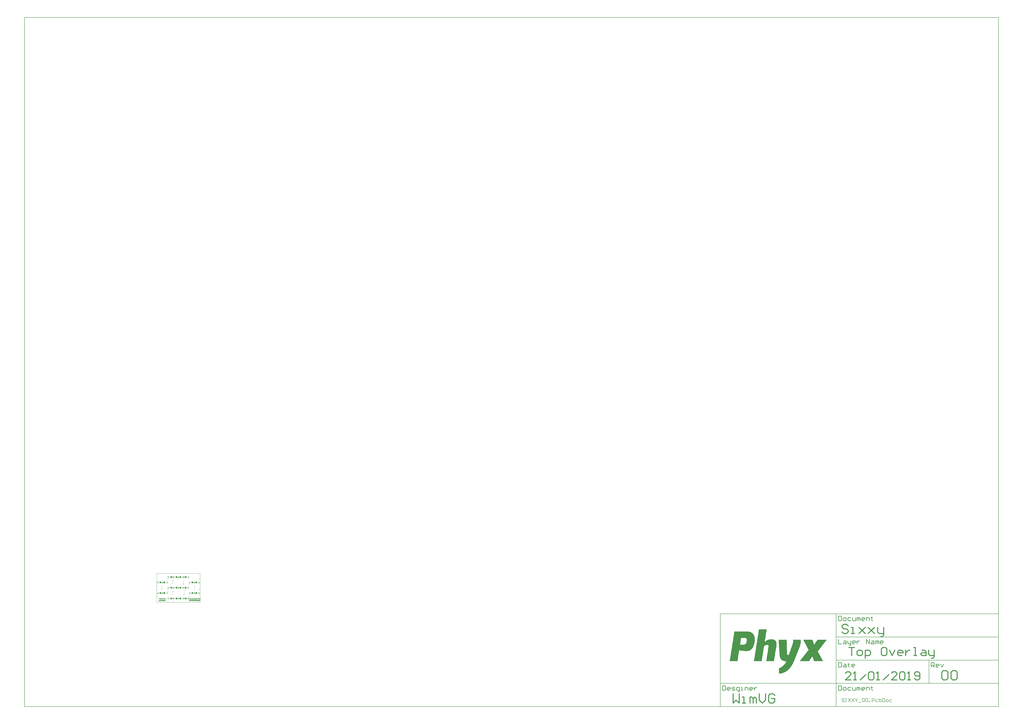
<source format=gto>
G04*
G04 #@! TF.GenerationSoftware,Altium Limited,Altium Designer,18.1.9 (240)*
G04*
G04 Layer_Color=65535*
%FSLAX25Y25*%
%MOIN*%
G70*
G01*
G75*
%ADD10C,0.01000*%
%ADD11C,0.00591*%
%ADD12C,0.01575*%
%ADD13R,0.00787X0.00787*%
%ADD14R,0.03150X0.03150*%
%ADD15C,0.00394*%
%ADD16C,0.00787*%
%ADD17C,0.00984*%
G36*
X73016Y6357D02*
X73524D01*
Y5852D01*
Y5333D01*
Y4817D01*
Y4301D01*
Y3782D01*
Y3266D01*
Y2753D01*
Y2248D01*
Y1738D01*
X71468D01*
Y2248D01*
X70949D01*
Y1738D01*
X68894D01*
Y2248D01*
X68883D01*
D01*
Y1738D01*
X66827D01*
Y2248D01*
X66308D01*
Y1738D01*
X64253D01*
Y2248D01*
X64242D01*
D01*
Y1738D01*
X62186D01*
Y2248D01*
X61667D01*
Y1738D01*
X59612D01*
Y2248D01*
X59096D01*
Y2753D01*
D01*
X59093D01*
Y2248D01*
X58580D01*
Y1738D01*
X54971D01*
Y2248D01*
X54455D01*
Y2753D01*
Y3266D01*
Y3782D01*
Y4301D01*
Y4817D01*
Y5333D01*
Y5852D01*
Y6357D01*
Y6876D01*
X58061D01*
Y6357D01*
X58580D01*
Y5852D01*
X59093D01*
Y5333D01*
X59096D01*
Y5852D01*
Y6357D01*
X59612D01*
Y6876D01*
X63221D01*
Y6357D01*
X63734D01*
Y5852D01*
X63737D01*
Y6357D01*
X64253D01*
Y6876D01*
X67862D01*
Y6357D01*
X68375D01*
Y5852D01*
X68378D01*
Y6357D01*
Y6876D01*
X70433D01*
Y6357D01*
X70949D01*
Y6876D01*
X73016D01*
Y6357D01*
D02*
G37*
G36*
X14485D02*
X14992D01*
Y5852D01*
Y5333D01*
Y4817D01*
Y4301D01*
Y3782D01*
Y3266D01*
Y2753D01*
Y2248D01*
Y1738D01*
X12937D01*
Y2248D01*
X12418D01*
Y1738D01*
X10362D01*
X8307D01*
Y2248D01*
X8296D01*
D01*
Y1738D01*
X6240D01*
Y2248D01*
X5721D01*
Y1738D01*
X3666D01*
Y2248D01*
X3150D01*
Y2753D01*
Y3266D01*
Y3782D01*
Y4301D01*
Y4817D01*
Y5333D01*
Y5852D01*
Y6357D01*
Y6876D01*
X5205D01*
Y6357D01*
X5721D01*
Y6876D01*
X7788D01*
Y6357D01*
X7791D01*
Y6876D01*
X9846D01*
X11902D01*
Y6357D01*
X12418D01*
Y6876D01*
X14485D01*
Y6357D01*
D02*
G37*
G36*
X1137613Y-64032D02*
X1137326D01*
Y-64318D01*
X1137040D01*
Y-64605D01*
Y-64891D01*
X1136754D01*
Y-65177D01*
X1136467D01*
Y-65464D01*
X1136181D01*
Y-65750D01*
Y-66036D01*
X1135895D01*
Y-66322D01*
X1135608D01*
Y-66609D01*
X1135322D01*
Y-66895D01*
X1135036D01*
Y-67181D01*
Y-67468D01*
X1134750D01*
Y-67754D01*
X1134463D01*
Y-68040D01*
X1134177D01*
Y-68327D01*
Y-68613D01*
X1133891D01*
Y-68899D01*
X1133604D01*
Y-69186D01*
X1133318D01*
Y-69472D01*
X1133032D01*
Y-69758D01*
Y-70044D01*
X1132745D01*
Y-70331D01*
X1132459D01*
Y-70617D01*
X1132173D01*
Y-70903D01*
Y-71190D01*
X1131886D01*
Y-71476D01*
X1131600D01*
Y-71762D01*
X1131314D01*
Y-72049D01*
Y-72335D01*
X1131028D01*
Y-72621D01*
X1130741D01*
Y-72908D01*
X1130455D01*
Y-73194D01*
X1130169D01*
Y-73480D01*
Y-73767D01*
X1129882D01*
Y-74053D01*
X1129596D01*
Y-74339D01*
X1129310D01*
Y-74625D01*
Y-74912D01*
X1129023D01*
Y-75198D01*
X1128737D01*
Y-75485D01*
X1128451D01*
Y-75771D01*
Y-76057D01*
X1128164D01*
Y-76343D01*
X1127878D01*
Y-76630D01*
X1127592D01*
Y-76916D01*
X1127306D01*
Y-77202D01*
Y-77489D01*
X1127019D01*
Y-77775D01*
X1126733D01*
Y-78061D01*
X1126447D01*
Y-78348D01*
Y-78634D01*
X1126160D01*
Y-78920D01*
X1125874D01*
Y-79207D01*
X1125588D01*
Y-79493D01*
Y-79779D01*
X1125301D01*
Y-80066D01*
X1125015D01*
Y-80352D01*
X1124729D01*
Y-80638D01*
X1124442D01*
Y-80924D01*
Y-81211D01*
X1124156D01*
Y-81497D01*
X1123870D01*
Y-81783D01*
X1123583D01*
Y-82070D01*
Y-82356D01*
X1123297D01*
Y-82642D01*
X1123011D01*
Y-82929D01*
X1122725D01*
Y-83215D01*
X1122438D01*
Y-83501D01*
Y-83788D01*
X1122725D01*
Y-84074D01*
Y-84360D01*
X1123011D01*
Y-84646D01*
Y-84933D01*
X1123297D01*
Y-85219D01*
X1123583D01*
Y-85505D01*
Y-85792D01*
X1123870D01*
Y-86078D01*
Y-86364D01*
X1124156D01*
Y-86651D01*
Y-86937D01*
X1124442D01*
Y-87223D01*
Y-87510D01*
X1124729D01*
Y-87796D01*
Y-88082D01*
X1125015D01*
Y-88369D01*
Y-88655D01*
X1125301D01*
Y-88941D01*
Y-89227D01*
X1125588D01*
Y-89514D01*
Y-89800D01*
X1125874D01*
Y-90086D01*
X1126160D01*
Y-90373D01*
Y-90659D01*
X1126447D01*
Y-90945D01*
Y-91232D01*
X1126733D01*
Y-91518D01*
Y-91804D01*
X1127019D01*
Y-92091D01*
Y-92377D01*
X1127306D01*
Y-92663D01*
Y-92950D01*
X1127592D01*
Y-93236D01*
Y-93522D01*
X1127878D01*
Y-93809D01*
Y-94095D01*
X1128164D01*
Y-94381D01*
X1128451D01*
Y-94667D01*
Y-94954D01*
X1128737D01*
Y-95240D01*
Y-95526D01*
X1129023D01*
Y-95813D01*
Y-96099D01*
X1129310D01*
Y-96385D01*
Y-96672D01*
X1129596D01*
Y-96958D01*
Y-97244D01*
X1129882D01*
Y-97531D01*
Y-97817D01*
X1130169D01*
Y-98103D01*
Y-98390D01*
X1130455D01*
Y-98676D01*
X1130741D01*
Y-98962D01*
Y-99248D01*
X1131028D01*
Y-99535D01*
Y-99821D01*
X1131314D01*
Y-100107D01*
X1116139D01*
Y-99821D01*
X1115853D01*
Y-99535D01*
Y-99248D01*
Y-98962D01*
X1115567D01*
Y-98676D01*
Y-98390D01*
Y-98103D01*
X1115280D01*
Y-97817D01*
Y-97531D01*
X1114994D01*
Y-97244D01*
Y-96958D01*
Y-96672D01*
X1114708D01*
Y-96385D01*
Y-96099D01*
Y-95813D01*
X1114421D01*
Y-95526D01*
Y-95240D01*
X1114135D01*
Y-94954D01*
Y-94667D01*
Y-94381D01*
X1113849D01*
Y-94095D01*
Y-93809D01*
Y-93522D01*
X1113562D01*
Y-93236D01*
Y-92950D01*
Y-92663D01*
X1113276D01*
Y-92377D01*
X1112704D01*
Y-92663D01*
Y-92950D01*
X1112417D01*
Y-93236D01*
X1112131D01*
Y-93522D01*
Y-93809D01*
X1111845D01*
Y-94095D01*
X1111558D01*
Y-94381D01*
Y-94667D01*
X1111272D01*
Y-94954D01*
X1110986D01*
Y-95240D01*
Y-95526D01*
X1110699D01*
Y-95813D01*
X1110413D01*
Y-96099D01*
X1110127D01*
Y-96385D01*
Y-96672D01*
X1109840D01*
Y-96958D01*
X1109554D01*
Y-97244D01*
Y-97531D01*
X1109268D01*
Y-97817D01*
X1108981D01*
Y-98103D01*
Y-98390D01*
X1108695D01*
Y-98676D01*
X1108409D01*
Y-98962D01*
Y-99248D01*
X1108123D01*
Y-99535D01*
X1107836D01*
Y-99821D01*
Y-100107D01*
X1091803D01*
Y-99821D01*
X1092089D01*
Y-99535D01*
X1092375D01*
Y-99248D01*
X1092662D01*
Y-98962D01*
X1092948D01*
Y-98676D01*
Y-98390D01*
X1093234D01*
Y-98103D01*
X1093521D01*
Y-97817D01*
X1093807D01*
Y-97531D01*
X1094093D01*
Y-97244D01*
Y-96958D01*
X1094380D01*
Y-96672D01*
X1094666D01*
Y-96385D01*
X1094952D01*
Y-96099D01*
Y-95813D01*
X1095238D01*
Y-95526D01*
X1095525D01*
Y-95240D01*
X1095811D01*
Y-94954D01*
X1096097D01*
Y-94667D01*
Y-94381D01*
X1096384D01*
Y-94095D01*
X1096670D01*
Y-93809D01*
X1096956D01*
Y-93522D01*
X1097243D01*
Y-93236D01*
Y-92950D01*
X1097529D01*
Y-92663D01*
X1097815D01*
Y-92377D01*
X1098102D01*
Y-92091D01*
Y-91804D01*
X1098388D01*
Y-91518D01*
X1098674D01*
Y-91232D01*
X1098960D01*
Y-90945D01*
X1099247D01*
Y-90659D01*
Y-90373D01*
X1099533D01*
Y-90086D01*
X1099819D01*
Y-89800D01*
X1100106D01*
Y-89514D01*
Y-89227D01*
X1100392D01*
Y-88941D01*
X1100678D01*
Y-88655D01*
X1100965D01*
Y-88369D01*
X1101251D01*
Y-88082D01*
Y-87796D01*
X1101537D01*
Y-87510D01*
X1101824D01*
Y-87223D01*
X1102110D01*
Y-86937D01*
Y-86651D01*
X1102396D01*
Y-86364D01*
X1102683D01*
Y-86078D01*
X1102969D01*
Y-85792D01*
X1103255D01*
Y-85505D01*
Y-85219D01*
X1103541D01*
Y-84933D01*
X1103828D01*
Y-84646D01*
X1104114D01*
Y-84360D01*
X1104400D01*
Y-84074D01*
Y-83788D01*
X1104687D01*
Y-83501D01*
X1104973D01*
Y-83215D01*
X1105259D01*
Y-82929D01*
Y-82642D01*
X1105546D01*
Y-82356D01*
X1105832D01*
Y-82070D01*
X1106118D01*
Y-81783D01*
X1106405D01*
Y-81497D01*
Y-81211D01*
X1106691D01*
Y-80924D01*
Y-80638D01*
Y-80352D01*
X1106405D01*
Y-80066D01*
X1106118D01*
Y-79779D01*
Y-79493D01*
X1105832D01*
Y-79207D01*
Y-78920D01*
X1105546D01*
Y-78634D01*
Y-78348D01*
X1105259D01*
Y-78061D01*
Y-77775D01*
X1104973D01*
Y-77489D01*
Y-77202D01*
X1104687D01*
Y-76916D01*
Y-76630D01*
X1104400D01*
Y-76343D01*
X1104114D01*
Y-76057D01*
Y-75771D01*
X1103828D01*
Y-75485D01*
Y-75198D01*
X1103541D01*
Y-74912D01*
Y-74625D01*
X1103255D01*
Y-74339D01*
Y-74053D01*
X1102969D01*
Y-73767D01*
Y-73480D01*
X1102683D01*
Y-73194D01*
Y-72908D01*
X1102396D01*
Y-72621D01*
X1102110D01*
Y-72335D01*
Y-72049D01*
X1101824D01*
Y-71762D01*
Y-71476D01*
X1101537D01*
Y-71190D01*
Y-70903D01*
X1101251D01*
Y-70617D01*
Y-70331D01*
X1100965D01*
Y-70044D01*
Y-69758D01*
X1100678D01*
Y-69472D01*
Y-69186D01*
X1100392D01*
Y-68899D01*
Y-68613D01*
X1100106D01*
Y-68327D01*
X1099819D01*
Y-68040D01*
Y-67754D01*
X1099533D01*
Y-67468D01*
Y-67181D01*
X1099247D01*
Y-66895D01*
Y-66609D01*
X1098960D01*
Y-66322D01*
Y-66036D01*
X1098674D01*
Y-65750D01*
Y-65464D01*
X1098388D01*
Y-65177D01*
Y-64891D01*
X1098102D01*
Y-64605D01*
X1097815D01*
Y-64318D01*
Y-64032D01*
X1097529D01*
Y-63746D01*
X1113276D01*
Y-64032D01*
X1113562D01*
Y-64318D01*
Y-64605D01*
Y-64891D01*
X1113849D01*
Y-65177D01*
Y-65464D01*
Y-65750D01*
X1114135D01*
Y-66036D01*
Y-66322D01*
Y-66609D01*
X1114421D01*
Y-66895D01*
Y-67181D01*
Y-67468D01*
X1114708D01*
Y-67754D01*
Y-68040D01*
Y-68327D01*
X1114994D01*
Y-68613D01*
Y-68899D01*
Y-69186D01*
X1115280D01*
Y-69472D01*
Y-69758D01*
Y-70044D01*
X1115567D01*
Y-70331D01*
Y-70617D01*
Y-70903D01*
X1115853D01*
Y-71190D01*
Y-71476D01*
Y-71762D01*
Y-72049D01*
X1116426D01*
Y-71762D01*
X1116712D01*
Y-71476D01*
X1116998D01*
Y-71190D01*
Y-70903D01*
X1117284D01*
Y-70617D01*
X1117571D01*
Y-70331D01*
Y-70044D01*
X1117857D01*
Y-69758D01*
X1118143D01*
Y-69472D01*
Y-69186D01*
X1118430D01*
Y-68899D01*
X1118716D01*
Y-68613D01*
Y-68327D01*
X1119002D01*
Y-68040D01*
X1119289D01*
Y-67754D01*
Y-67468D01*
X1119575D01*
Y-67181D01*
X1119861D01*
Y-66895D01*
Y-66609D01*
X1120148D01*
Y-66322D01*
X1120434D01*
Y-66036D01*
Y-65750D01*
X1120720D01*
Y-65464D01*
X1121007D01*
Y-65177D01*
Y-64891D01*
X1121293D01*
Y-64605D01*
X1121579D01*
Y-64318D01*
Y-64032D01*
X1121865D01*
Y-63746D01*
X1137613D01*
Y-64032D01*
D02*
G37*
G36*
X1004477Y-50003D02*
X1006195D01*
Y-50289D01*
X1007054D01*
Y-50575D01*
X1007913D01*
Y-50862D01*
X1008772D01*
Y-51148D01*
X1009345D01*
Y-51434D01*
X1009631D01*
Y-51720D01*
X1010203D01*
Y-52007D01*
X1010490D01*
Y-52293D01*
X1011062D01*
Y-52579D01*
X1011349D01*
Y-52866D01*
X1011635D01*
Y-53152D01*
X1011921D01*
Y-53438D01*
X1012208D01*
Y-53725D01*
X1012494D01*
Y-54011D01*
X1012780D01*
Y-54297D01*
Y-54584D01*
X1013067D01*
Y-54870D01*
X1013353D01*
Y-55156D01*
Y-55443D01*
X1013639D01*
Y-55729D01*
X1013926D01*
Y-56015D01*
Y-56301D01*
X1014212D01*
Y-56588D01*
Y-56874D01*
Y-57161D01*
X1014498D01*
Y-57447D01*
Y-57733D01*
Y-58019D01*
X1014785D01*
Y-58306D01*
Y-58592D01*
Y-58878D01*
Y-59165D01*
X1015071D01*
Y-59451D01*
Y-59737D01*
Y-60024D01*
Y-60310D01*
Y-60596D01*
X1015357D01*
Y-60883D01*
Y-61169D01*
Y-61455D01*
Y-61742D01*
Y-62028D01*
Y-62314D01*
Y-62600D01*
Y-62887D01*
Y-63173D01*
Y-63459D01*
Y-63746D01*
Y-64032D01*
Y-64318D01*
Y-64605D01*
Y-64891D01*
Y-65177D01*
Y-65464D01*
Y-65750D01*
Y-66036D01*
Y-66322D01*
X1015071D01*
Y-66609D01*
Y-66895D01*
Y-67181D01*
Y-67468D01*
Y-67754D01*
Y-68040D01*
Y-68327D01*
X1014785D01*
Y-68613D01*
Y-68899D01*
Y-69186D01*
Y-69472D01*
Y-69758D01*
X1014498D01*
Y-70044D01*
Y-70331D01*
Y-70617D01*
Y-70903D01*
Y-71190D01*
X1014212D01*
Y-71476D01*
Y-71762D01*
Y-72049D01*
X1013926D01*
Y-72335D01*
Y-72621D01*
Y-72908D01*
Y-73194D01*
X1013639D01*
Y-73480D01*
Y-73767D01*
Y-74053D01*
X1013353D01*
Y-74339D01*
Y-74625D01*
X1013067D01*
Y-74912D01*
Y-75198D01*
Y-75485D01*
X1012780D01*
Y-75771D01*
Y-76057D01*
X1012494D01*
Y-76343D01*
Y-76630D01*
X1012208D01*
Y-76916D01*
Y-77202D01*
X1011921D01*
Y-77489D01*
X1011635D01*
Y-77775D01*
Y-78061D01*
X1011349D01*
Y-78348D01*
X1011062D01*
Y-78634D01*
X1010776D01*
Y-78920D01*
Y-79207D01*
X1010490D01*
Y-79493D01*
X1010203D01*
Y-79779D01*
X1009917D01*
Y-80066D01*
X1009631D01*
Y-80352D01*
X1009345D01*
Y-80638D01*
X1008772D01*
Y-80924D01*
X1008486D01*
Y-81211D01*
X1007913D01*
Y-81497D01*
X1007627D01*
Y-81783D01*
X1007054D01*
Y-82070D01*
X1006195D01*
Y-82356D01*
X1005336D01*
Y-82642D01*
X1004477D01*
Y-82929D01*
X1002759D01*
Y-83215D01*
X997606D01*
Y-82929D01*
X995029D01*
Y-82642D01*
X993025D01*
Y-82356D01*
X991593D01*
Y-82070D01*
X990162D01*
Y-81783D01*
X988730D01*
Y-82070D01*
Y-82356D01*
Y-82642D01*
Y-82929D01*
Y-83215D01*
Y-83501D01*
Y-83788D01*
X988444D01*
Y-84074D01*
Y-84360D01*
Y-84646D01*
Y-84933D01*
Y-85219D01*
Y-85505D01*
X988157D01*
Y-85792D01*
Y-86078D01*
Y-86364D01*
Y-86651D01*
Y-86937D01*
Y-87223D01*
X987871D01*
Y-87510D01*
Y-87796D01*
Y-88082D01*
Y-88369D01*
Y-88655D01*
Y-88941D01*
Y-89227D01*
X987585D01*
Y-89514D01*
Y-89800D01*
Y-90086D01*
Y-90373D01*
Y-90659D01*
Y-90945D01*
X987298D01*
Y-91232D01*
Y-91518D01*
Y-91804D01*
Y-92091D01*
Y-92377D01*
Y-92663D01*
X987012D01*
Y-92950D01*
Y-93236D01*
Y-93522D01*
Y-93809D01*
Y-94095D01*
Y-94381D01*
Y-94667D01*
X986726D01*
Y-94954D01*
Y-95240D01*
Y-95526D01*
Y-95813D01*
Y-96099D01*
Y-96385D01*
X986440D01*
Y-96672D01*
Y-96958D01*
Y-97244D01*
Y-97531D01*
Y-97817D01*
Y-98103D01*
X986153D01*
Y-98390D01*
Y-98676D01*
Y-98962D01*
Y-99248D01*
Y-99535D01*
Y-99821D01*
Y-100107D01*
X972696D01*
Y-99821D01*
X972983D01*
Y-99535D01*
Y-99248D01*
Y-98962D01*
Y-98676D01*
Y-98390D01*
X973269D01*
Y-98103D01*
Y-97817D01*
Y-97531D01*
Y-97244D01*
Y-96958D01*
Y-96672D01*
Y-96385D01*
X973555D01*
Y-96099D01*
Y-95813D01*
Y-95526D01*
Y-95240D01*
Y-94954D01*
Y-94667D01*
X973842D01*
Y-94381D01*
Y-94095D01*
Y-93809D01*
Y-93522D01*
Y-93236D01*
Y-92950D01*
X974128D01*
Y-92663D01*
Y-92377D01*
Y-92091D01*
Y-91804D01*
Y-91518D01*
Y-91232D01*
Y-90945D01*
X974414D01*
Y-90659D01*
Y-90373D01*
Y-90086D01*
Y-89800D01*
Y-89514D01*
Y-89227D01*
X974701D01*
Y-88941D01*
Y-88655D01*
Y-88369D01*
Y-88082D01*
Y-87796D01*
Y-87510D01*
X974987D01*
Y-87223D01*
Y-86937D01*
Y-86651D01*
Y-86364D01*
Y-86078D01*
Y-85792D01*
X975273D01*
Y-85505D01*
Y-85219D01*
Y-84933D01*
Y-84646D01*
Y-84360D01*
Y-84074D01*
Y-83788D01*
X975560D01*
Y-83501D01*
Y-83215D01*
Y-82929D01*
Y-82642D01*
Y-82356D01*
Y-82070D01*
X975846D01*
Y-81783D01*
Y-81497D01*
Y-81211D01*
Y-80924D01*
Y-80638D01*
Y-80352D01*
X976132D01*
Y-80066D01*
Y-79779D01*
Y-79493D01*
Y-79207D01*
Y-78920D01*
Y-78634D01*
X976419D01*
Y-78348D01*
Y-78061D01*
Y-77775D01*
Y-77489D01*
Y-77202D01*
Y-76916D01*
Y-76630D01*
X976705D01*
Y-76343D01*
Y-76057D01*
Y-75771D01*
Y-75485D01*
Y-75198D01*
Y-74912D01*
X976991D01*
Y-74625D01*
Y-74339D01*
Y-74053D01*
Y-73767D01*
Y-73480D01*
Y-73194D01*
X977277D01*
Y-72908D01*
Y-72621D01*
Y-72335D01*
Y-72049D01*
Y-71762D01*
Y-71476D01*
Y-71190D01*
X977564D01*
Y-70903D01*
Y-70617D01*
Y-70331D01*
Y-70044D01*
Y-69758D01*
Y-69472D01*
X977850D01*
Y-69186D01*
Y-68899D01*
Y-68613D01*
Y-68327D01*
Y-68040D01*
Y-67754D01*
X978137D01*
Y-67468D01*
Y-67181D01*
Y-66895D01*
Y-66609D01*
Y-66322D01*
Y-66036D01*
X978423D01*
Y-65750D01*
Y-65464D01*
Y-65177D01*
Y-64891D01*
Y-64605D01*
Y-64318D01*
Y-64032D01*
X978709D01*
Y-63746D01*
Y-63459D01*
Y-63173D01*
Y-62887D01*
Y-62600D01*
Y-62314D01*
X978995D01*
Y-62028D01*
Y-61742D01*
Y-61455D01*
Y-61169D01*
Y-60883D01*
Y-60596D01*
X979282D01*
Y-60310D01*
Y-60024D01*
Y-59737D01*
Y-59451D01*
Y-59165D01*
Y-58878D01*
Y-58592D01*
X979568D01*
Y-58306D01*
Y-58019D01*
Y-57733D01*
Y-57447D01*
Y-57161D01*
Y-56874D01*
X979854D01*
Y-56588D01*
Y-56301D01*
Y-56015D01*
Y-55729D01*
Y-55443D01*
Y-55156D01*
X980141D01*
Y-54870D01*
Y-54584D01*
Y-54297D01*
Y-54011D01*
Y-53725D01*
Y-53438D01*
Y-53152D01*
X980427D01*
Y-52866D01*
Y-52579D01*
Y-52293D01*
Y-52007D01*
Y-51720D01*
Y-51434D01*
X980713D01*
Y-51148D01*
Y-50862D01*
Y-50575D01*
Y-50289D01*
Y-50003D01*
Y-49716D01*
X1004477D01*
Y-50003D01*
D02*
G37*
G36*
X1093521Y-64032D02*
Y-64318D01*
Y-64605D01*
Y-64891D01*
Y-65177D01*
Y-65464D01*
Y-65750D01*
Y-66036D01*
Y-66322D01*
Y-66609D01*
Y-66895D01*
Y-67181D01*
Y-67468D01*
Y-67754D01*
Y-68040D01*
Y-68327D01*
Y-68613D01*
Y-68899D01*
Y-69186D01*
Y-69472D01*
Y-69758D01*
X1093234D01*
Y-70044D01*
Y-70331D01*
Y-70617D01*
Y-70903D01*
Y-71190D01*
X1092948D01*
Y-71476D01*
Y-71762D01*
Y-72049D01*
Y-72335D01*
X1092662D01*
Y-72621D01*
Y-72908D01*
Y-73194D01*
Y-73480D01*
X1092375D01*
Y-73767D01*
Y-74053D01*
Y-74339D01*
X1092089D01*
Y-74625D01*
Y-74912D01*
Y-75198D01*
X1091803D01*
Y-75485D01*
Y-75771D01*
Y-76057D01*
X1091516D01*
Y-76343D01*
Y-76630D01*
Y-76916D01*
X1091230D01*
Y-77202D01*
Y-77489D01*
X1090944D01*
Y-77775D01*
Y-78061D01*
X1090657D01*
Y-78348D01*
Y-78634D01*
Y-78920D01*
X1090371D01*
Y-79207D01*
Y-79493D01*
X1090085D01*
Y-79779D01*
Y-80066D01*
Y-80352D01*
X1089799D01*
Y-80638D01*
Y-80924D01*
X1089512D01*
Y-81211D01*
Y-81497D01*
Y-81783D01*
X1089226D01*
Y-82070D01*
Y-82356D01*
X1088939D01*
Y-82642D01*
Y-82929D01*
Y-83215D01*
X1088653D01*
Y-83501D01*
Y-83788D01*
X1088367D01*
Y-84074D01*
Y-84360D01*
Y-84646D01*
X1088081D01*
Y-84933D01*
Y-85219D01*
X1087794D01*
Y-85505D01*
Y-85792D01*
Y-86078D01*
X1087508D01*
Y-86364D01*
Y-86651D01*
X1087222D01*
Y-86937D01*
Y-87223D01*
Y-87510D01*
X1086935D01*
Y-87796D01*
Y-88082D01*
X1086649D01*
Y-88369D01*
Y-88655D01*
Y-88941D01*
X1086363D01*
Y-89227D01*
Y-89514D01*
X1086076D01*
Y-89800D01*
Y-90086D01*
Y-90373D01*
X1085790D01*
Y-90659D01*
Y-90945D01*
X1085504D01*
Y-91232D01*
Y-91518D01*
Y-91804D01*
X1085217D01*
Y-92091D01*
Y-92377D01*
X1084931D01*
Y-92663D01*
Y-92950D01*
Y-93236D01*
X1084645D01*
Y-93522D01*
Y-93809D01*
X1084359D01*
Y-94095D01*
Y-94381D01*
Y-94667D01*
X1084072D01*
Y-94954D01*
Y-95240D01*
X1083786D01*
Y-95526D01*
Y-95813D01*
Y-96099D01*
X1083500D01*
Y-96385D01*
Y-96672D01*
X1083213D01*
Y-96958D01*
Y-97244D01*
Y-97531D01*
X1082927D01*
Y-97817D01*
Y-98103D01*
X1082641D01*
Y-98390D01*
Y-98676D01*
Y-98962D01*
X1082354D01*
Y-99248D01*
Y-99535D01*
X1082068D01*
Y-99821D01*
Y-100107D01*
Y-100394D01*
X1081782D01*
Y-100680D01*
Y-100966D01*
X1081495D01*
Y-101253D01*
Y-101539D01*
X1081209D01*
Y-101825D01*
Y-102112D01*
X1080923D01*
Y-102398D01*
Y-102684D01*
Y-102971D01*
X1080637D01*
Y-103257D01*
X1080350D01*
Y-103543D01*
Y-103829D01*
Y-104116D01*
X1080064D01*
Y-104402D01*
X1079778D01*
Y-104688D01*
Y-104975D01*
X1079491D01*
Y-105261D01*
Y-105547D01*
X1079205D01*
Y-105834D01*
Y-106120D01*
X1078919D01*
Y-106406D01*
Y-106693D01*
X1078632D01*
Y-106979D01*
X1078346D01*
Y-107265D01*
Y-107552D01*
X1078060D01*
Y-107838D01*
Y-108124D01*
X1077773D01*
Y-108410D01*
X1077487D01*
Y-108697D01*
X1077201D01*
Y-108983D01*
Y-109269D01*
X1076914D01*
Y-109556D01*
X1076628D01*
Y-109842D01*
Y-110128D01*
X1076342D01*
Y-110415D01*
X1076056D01*
Y-110701D01*
X1075769D01*
Y-110987D01*
Y-111274D01*
X1075483D01*
Y-111560D01*
X1075196D01*
Y-111846D01*
X1074910D01*
Y-112133D01*
X1074624D01*
Y-112419D01*
X1074338D01*
Y-112705D01*
Y-112991D01*
X1074051D01*
Y-113278D01*
X1073765D01*
Y-113564D01*
X1073479D01*
Y-113850D01*
X1073192D01*
Y-114137D01*
X1072906D01*
Y-114423D01*
X1072620D01*
Y-114709D01*
X1072333D01*
Y-114996D01*
X1071761D01*
Y-115282D01*
X1071474D01*
Y-115568D01*
X1071188D01*
Y-115855D01*
X1070902D01*
Y-116141D01*
X1070615D01*
Y-116427D01*
X1070043D01*
Y-116714D01*
X1069757D01*
Y-117000D01*
X1069184D01*
Y-117286D01*
X1068898D01*
Y-117572D01*
X1068325D01*
Y-117859D01*
X1068039D01*
Y-118145D01*
X1067466D01*
Y-118431D01*
X1066893D01*
Y-118718D01*
X1066321D01*
Y-119004D01*
X1065748D01*
Y-119290D01*
X1065176D01*
Y-119577D01*
X1064317D01*
Y-119863D01*
X1063744D01*
Y-120149D01*
X1062885D01*
Y-120436D01*
X1061740D01*
Y-120722D01*
X1060595D01*
Y-121008D01*
X1058877D01*
Y-121294D01*
X1056872D01*
Y-121581D01*
X1056586D01*
Y-121294D01*
Y-121008D01*
Y-120722D01*
Y-120436D01*
Y-120149D01*
Y-119863D01*
Y-119577D01*
Y-119290D01*
Y-119004D01*
Y-118718D01*
Y-118431D01*
Y-118145D01*
Y-117859D01*
Y-117572D01*
Y-117286D01*
Y-117000D01*
Y-116714D01*
Y-116427D01*
Y-116141D01*
Y-115855D01*
Y-115568D01*
Y-115282D01*
Y-114996D01*
Y-114709D01*
Y-114423D01*
Y-114137D01*
Y-113850D01*
Y-113564D01*
Y-113278D01*
Y-112991D01*
Y-112705D01*
Y-112419D01*
Y-112133D01*
X1057159D01*
Y-111846D01*
X1057731D01*
Y-111560D01*
X1058304D01*
Y-111274D01*
X1058877D01*
Y-110987D01*
X1059449D01*
Y-110701D01*
X1060022D01*
Y-110415D01*
X1060308D01*
Y-110128D01*
X1060881D01*
Y-109842D01*
X1061167D01*
Y-109556D01*
X1061740D01*
Y-109269D01*
X1062026D01*
Y-108983D01*
X1062312D01*
Y-108697D01*
X1062885D01*
Y-108410D01*
X1063171D01*
Y-108124D01*
X1063458D01*
Y-107838D01*
X1063744D01*
Y-107552D01*
X1064030D01*
Y-107265D01*
X1064317D01*
Y-106979D01*
X1064603D01*
Y-106693D01*
X1064889D01*
Y-106406D01*
X1065176D01*
Y-106120D01*
X1065462D01*
Y-105834D01*
X1065748D01*
Y-105547D01*
X1066035D01*
Y-105261D01*
Y-104975D01*
X1066321D01*
Y-104688D01*
X1066607D01*
Y-104402D01*
X1066893D01*
Y-104116D01*
Y-103829D01*
X1067180D01*
Y-103543D01*
X1067466D01*
Y-103257D01*
Y-102971D01*
X1067752D01*
Y-102684D01*
Y-102398D01*
X1068039D01*
Y-102112D01*
X1068325D01*
Y-101825D01*
Y-101539D01*
X1068611D01*
Y-101253D01*
Y-100966D01*
X1068898D01*
Y-100680D01*
Y-100394D01*
X1067180D01*
Y-100107D01*
X1065176D01*
Y-99821D01*
X1064030D01*
Y-99535D01*
X1063458D01*
Y-99248D01*
X1062599D01*
Y-98962D01*
X1062026D01*
Y-98676D01*
X1061740D01*
Y-98390D01*
X1061167D01*
Y-98103D01*
X1060881D01*
Y-97817D01*
X1060595D01*
Y-97531D01*
X1060308D01*
Y-97244D01*
X1060022D01*
Y-96958D01*
X1059736D01*
Y-96672D01*
Y-96385D01*
X1059449D01*
Y-96099D01*
X1059163D01*
Y-95813D01*
Y-95526D01*
X1058877D01*
Y-95240D01*
Y-94954D01*
X1058590D01*
Y-94667D01*
Y-94381D01*
X1058304D01*
Y-94095D01*
Y-93809D01*
Y-93522D01*
X1058018D01*
Y-93236D01*
Y-92950D01*
Y-92663D01*
Y-92377D01*
X1057731D01*
Y-92091D01*
Y-91804D01*
Y-91518D01*
Y-91232D01*
Y-90945D01*
Y-90659D01*
Y-90373D01*
X1057445D01*
Y-90086D01*
Y-89800D01*
Y-89514D01*
Y-89227D01*
Y-88941D01*
Y-88655D01*
Y-88369D01*
Y-88082D01*
Y-87796D01*
Y-87510D01*
Y-87223D01*
Y-86937D01*
Y-86651D01*
Y-86364D01*
Y-86078D01*
X1057159D01*
Y-85792D01*
Y-85505D01*
Y-85219D01*
Y-84933D01*
Y-84646D01*
Y-84360D01*
Y-84074D01*
Y-83788D01*
Y-83501D01*
Y-83215D01*
Y-82929D01*
Y-82642D01*
Y-82356D01*
Y-82070D01*
Y-81783D01*
X1056872D01*
Y-81497D01*
Y-81211D01*
Y-80924D01*
Y-80638D01*
Y-80352D01*
Y-80066D01*
Y-79779D01*
Y-79493D01*
Y-79207D01*
Y-78920D01*
Y-78634D01*
Y-78348D01*
Y-78061D01*
Y-77775D01*
Y-77489D01*
Y-77202D01*
X1056586D01*
Y-76916D01*
Y-76630D01*
Y-76343D01*
Y-76057D01*
Y-75771D01*
Y-75485D01*
Y-75198D01*
Y-74912D01*
Y-74625D01*
Y-74339D01*
Y-74053D01*
Y-73767D01*
Y-73480D01*
Y-73194D01*
Y-72908D01*
Y-72621D01*
X1056300D01*
Y-72335D01*
Y-72049D01*
Y-71762D01*
Y-71476D01*
Y-71190D01*
Y-70903D01*
Y-70617D01*
Y-70331D01*
Y-70044D01*
Y-69758D01*
Y-69472D01*
Y-69186D01*
Y-68899D01*
Y-68613D01*
X1056014D01*
Y-68327D01*
Y-68040D01*
Y-67754D01*
Y-67468D01*
Y-67181D01*
Y-66895D01*
Y-66609D01*
Y-66322D01*
Y-66036D01*
Y-65750D01*
Y-65464D01*
Y-65177D01*
Y-64891D01*
Y-64605D01*
Y-64318D01*
Y-64032D01*
X1055727D01*
Y-63746D01*
X1069470D01*
Y-64032D01*
Y-64318D01*
Y-64605D01*
Y-64891D01*
Y-65177D01*
Y-65464D01*
Y-65750D01*
Y-66036D01*
Y-66322D01*
Y-66609D01*
Y-66895D01*
Y-67181D01*
Y-67468D01*
Y-67754D01*
X1069757D01*
Y-68040D01*
Y-68327D01*
Y-68613D01*
Y-68899D01*
Y-69186D01*
Y-69472D01*
Y-69758D01*
Y-70044D01*
Y-70331D01*
Y-70617D01*
Y-70903D01*
Y-71190D01*
Y-71476D01*
Y-71762D01*
Y-72049D01*
Y-72335D01*
Y-72621D01*
Y-72908D01*
Y-73194D01*
Y-73480D01*
Y-73767D01*
Y-74053D01*
Y-74339D01*
Y-74625D01*
Y-74912D01*
Y-75198D01*
Y-75485D01*
Y-75771D01*
Y-76057D01*
Y-76343D01*
Y-76630D01*
Y-76916D01*
Y-77202D01*
Y-77489D01*
Y-77775D01*
Y-78061D01*
Y-78348D01*
Y-78634D01*
Y-78920D01*
Y-79207D01*
Y-79493D01*
X1070043D01*
Y-79779D01*
X1069757D01*
Y-80066D01*
Y-80352D01*
X1070043D01*
Y-80638D01*
Y-80924D01*
Y-81211D01*
Y-81497D01*
Y-81783D01*
Y-82070D01*
Y-82356D01*
Y-82642D01*
Y-82929D01*
Y-83215D01*
Y-83501D01*
Y-83788D01*
Y-84074D01*
Y-84360D01*
Y-84646D01*
Y-84933D01*
Y-85219D01*
Y-85505D01*
Y-85792D01*
Y-86078D01*
Y-86364D01*
Y-86651D01*
Y-86937D01*
Y-87223D01*
Y-87510D01*
Y-87796D01*
X1070329D01*
Y-88082D01*
Y-88369D01*
Y-88655D01*
X1070615D01*
Y-88941D01*
X1070902D01*
Y-89227D01*
X1071188D01*
Y-89514D01*
X1072047D01*
Y-89800D01*
X1072906D01*
Y-89514D01*
X1073192D01*
Y-89227D01*
Y-88941D01*
Y-88655D01*
X1073479D01*
Y-88369D01*
Y-88082D01*
X1073765D01*
Y-87796D01*
Y-87510D01*
Y-87223D01*
X1074051D01*
Y-86937D01*
Y-86651D01*
Y-86364D01*
X1074338D01*
Y-86078D01*
Y-85792D01*
Y-85505D01*
X1074624D01*
Y-85219D01*
Y-84933D01*
Y-84646D01*
X1074910D01*
Y-84360D01*
Y-84074D01*
X1075196D01*
Y-83788D01*
Y-83501D01*
Y-83215D01*
X1075483D01*
Y-82929D01*
Y-82642D01*
Y-82356D01*
X1075769D01*
Y-82070D01*
Y-81783D01*
Y-81497D01*
X1076056D01*
Y-81211D01*
Y-80924D01*
X1076342D01*
Y-80638D01*
Y-80352D01*
Y-80066D01*
X1076628D01*
Y-79779D01*
Y-79493D01*
Y-79207D01*
X1076914D01*
Y-78920D01*
Y-78634D01*
Y-78348D01*
X1077201D01*
Y-78061D01*
Y-77775D01*
X1077487D01*
Y-77489D01*
Y-77202D01*
Y-76916D01*
X1077773D01*
Y-76630D01*
Y-76343D01*
Y-76057D01*
X1078060D01*
Y-75771D01*
Y-75485D01*
Y-75198D01*
X1078346D01*
Y-74912D01*
Y-74625D01*
X1078632D01*
Y-74339D01*
Y-74053D01*
Y-73767D01*
X1078919D01*
Y-73480D01*
Y-73194D01*
Y-72908D01*
X1079205D01*
Y-72621D01*
Y-72335D01*
Y-72049D01*
X1079491D01*
Y-71762D01*
Y-71476D01*
Y-71190D01*
Y-70903D01*
X1079778D01*
Y-70617D01*
Y-70331D01*
Y-70044D01*
Y-69758D01*
X1080064D01*
Y-69472D01*
Y-69186D01*
Y-68899D01*
Y-68613D01*
Y-68327D01*
X1080350D01*
Y-68040D01*
Y-67754D01*
Y-67468D01*
Y-67181D01*
Y-66895D01*
Y-66609D01*
X1080637D01*
Y-66322D01*
Y-66036D01*
Y-65750D01*
Y-65464D01*
Y-65177D01*
Y-64891D01*
Y-64605D01*
Y-64318D01*
Y-64032D01*
Y-63746D01*
X1093521D01*
Y-64032D01*
D02*
G37*
G36*
X1035685Y-46567D02*
Y-46853D01*
X1035399D01*
Y-47139D01*
Y-47426D01*
Y-47712D01*
Y-47998D01*
Y-48285D01*
Y-48571D01*
X1035113D01*
Y-48857D01*
Y-49144D01*
Y-49430D01*
Y-49716D01*
Y-50003D01*
Y-50289D01*
X1034826D01*
Y-50575D01*
Y-50862D01*
Y-51148D01*
Y-51434D01*
Y-51720D01*
Y-52007D01*
Y-52293D01*
X1034540D01*
Y-52579D01*
Y-52866D01*
Y-53152D01*
Y-53438D01*
Y-53725D01*
Y-54011D01*
X1034254D01*
Y-54297D01*
Y-54584D01*
Y-54870D01*
Y-55156D01*
Y-55443D01*
Y-55729D01*
X1033967D01*
Y-56015D01*
Y-56301D01*
Y-56588D01*
Y-56874D01*
Y-57161D01*
Y-57447D01*
Y-57733D01*
X1033681D01*
Y-58019D01*
Y-58306D01*
Y-58592D01*
Y-58878D01*
Y-59165D01*
Y-59451D01*
X1033395D01*
Y-59737D01*
Y-60024D01*
Y-60310D01*
Y-60596D01*
Y-60883D01*
Y-61169D01*
X1033109D01*
Y-61455D01*
Y-61742D01*
Y-62028D01*
Y-62314D01*
Y-62600D01*
Y-62887D01*
X1032822D01*
Y-63173D01*
Y-63459D01*
Y-63746D01*
Y-64032D01*
Y-64318D01*
Y-64605D01*
Y-64891D01*
X1032536D01*
Y-65177D01*
Y-65464D01*
Y-65750D01*
Y-66036D01*
Y-66322D01*
Y-66609D01*
X1032250D01*
Y-66895D01*
Y-67181D01*
X1032822D01*
Y-66895D01*
X1033109D01*
Y-66609D01*
X1033395D01*
Y-66322D01*
X1033967D01*
Y-66036D01*
X1034254D01*
Y-65750D01*
X1034540D01*
Y-65464D01*
X1035113D01*
Y-65177D01*
X1035685D01*
Y-64891D01*
X1035972D01*
Y-64605D01*
X1036544D01*
Y-64318D01*
X1037403D01*
Y-64032D01*
X1037976D01*
Y-63746D01*
X1038835D01*
Y-63459D01*
X1040266D01*
Y-63173D01*
X1046565D01*
Y-63459D01*
X1047711D01*
Y-63746D01*
X1048569D01*
Y-64032D01*
X1049142D01*
Y-64318D01*
X1049428D01*
Y-64605D01*
X1050001D01*
Y-64891D01*
X1050287D01*
Y-65177D01*
X1050574D01*
Y-65464D01*
X1050860D01*
Y-65750D01*
X1051146D01*
Y-66036D01*
Y-66322D01*
X1051433D01*
Y-66609D01*
Y-66895D01*
X1051719D01*
Y-67181D01*
Y-67468D01*
Y-67754D01*
X1052005D01*
Y-68040D01*
Y-68327D01*
Y-68613D01*
Y-68899D01*
X1052291D01*
Y-69186D01*
Y-69472D01*
Y-69758D01*
Y-70044D01*
Y-70331D01*
Y-70617D01*
Y-70903D01*
Y-71190D01*
Y-71476D01*
Y-71762D01*
Y-72049D01*
Y-72335D01*
Y-72621D01*
Y-72908D01*
Y-73194D01*
Y-73480D01*
Y-73767D01*
Y-74053D01*
X1052005D01*
Y-74339D01*
Y-74625D01*
Y-74912D01*
Y-75198D01*
Y-75485D01*
Y-75771D01*
Y-76057D01*
X1051719D01*
Y-76343D01*
Y-76630D01*
Y-76916D01*
Y-77202D01*
Y-77489D01*
Y-77775D01*
Y-78061D01*
X1051433D01*
Y-78348D01*
Y-78634D01*
Y-78920D01*
Y-79207D01*
Y-79493D01*
Y-79779D01*
X1051146D01*
Y-80066D01*
Y-80352D01*
Y-80638D01*
Y-80924D01*
Y-81211D01*
Y-81497D01*
X1050860D01*
Y-81783D01*
Y-82070D01*
Y-82356D01*
Y-82642D01*
Y-82929D01*
Y-83215D01*
X1050574D01*
Y-83501D01*
Y-83788D01*
Y-84074D01*
Y-84360D01*
Y-84646D01*
Y-84933D01*
Y-85219D01*
X1050287D01*
Y-85505D01*
Y-85792D01*
Y-86078D01*
Y-86364D01*
Y-86651D01*
Y-86937D01*
X1050001D01*
Y-87223D01*
Y-87510D01*
Y-87796D01*
Y-88082D01*
Y-88369D01*
Y-88655D01*
X1049715D01*
Y-88941D01*
Y-89227D01*
Y-89514D01*
Y-89800D01*
Y-90086D01*
Y-90373D01*
Y-90659D01*
X1049428D01*
Y-90945D01*
Y-91232D01*
Y-91518D01*
Y-91804D01*
Y-92091D01*
Y-92377D01*
X1049142D01*
Y-92663D01*
Y-92950D01*
Y-93236D01*
Y-93522D01*
Y-93809D01*
Y-94095D01*
X1048856D01*
Y-94381D01*
Y-94667D01*
Y-94954D01*
Y-95240D01*
Y-95526D01*
Y-95813D01*
X1048569D01*
Y-96099D01*
Y-96385D01*
Y-96672D01*
Y-96958D01*
Y-97244D01*
Y-97531D01*
Y-97817D01*
X1048283D01*
Y-98103D01*
Y-98390D01*
Y-98676D01*
Y-98962D01*
Y-99248D01*
Y-99535D01*
X1047997D01*
Y-99821D01*
Y-100107D01*
X1034826D01*
Y-99821D01*
Y-99535D01*
X1035113D01*
Y-99248D01*
Y-98962D01*
Y-98676D01*
Y-98390D01*
Y-98103D01*
Y-97817D01*
X1035399D01*
Y-97531D01*
Y-97244D01*
Y-96958D01*
Y-96672D01*
Y-96385D01*
Y-96099D01*
Y-95813D01*
X1035685D01*
Y-95526D01*
Y-95240D01*
Y-94954D01*
Y-94667D01*
Y-94381D01*
Y-94095D01*
X1035972D01*
Y-93809D01*
Y-93522D01*
Y-93236D01*
Y-92950D01*
Y-92663D01*
Y-92377D01*
X1036258D01*
Y-92091D01*
Y-91804D01*
Y-91518D01*
Y-91232D01*
Y-90945D01*
Y-90659D01*
Y-90373D01*
X1036544D01*
Y-90086D01*
Y-89800D01*
Y-89514D01*
Y-89227D01*
Y-88941D01*
Y-88655D01*
X1036831D01*
Y-88369D01*
Y-88082D01*
Y-87796D01*
Y-87510D01*
Y-87223D01*
Y-86937D01*
Y-86651D01*
X1037117D01*
Y-86364D01*
Y-86078D01*
Y-85792D01*
Y-85505D01*
Y-85219D01*
Y-84933D01*
X1037403D01*
Y-84646D01*
Y-84360D01*
Y-84074D01*
Y-83788D01*
Y-83501D01*
Y-83215D01*
X1037689D01*
Y-82929D01*
Y-82642D01*
Y-82356D01*
Y-82070D01*
Y-81783D01*
Y-81497D01*
X1037976D01*
Y-81211D01*
Y-80924D01*
Y-80638D01*
Y-80352D01*
Y-80066D01*
Y-79779D01*
Y-79493D01*
X1038262D01*
Y-79207D01*
Y-78920D01*
Y-78634D01*
Y-78348D01*
Y-78061D01*
Y-77775D01*
X1038548D01*
Y-77489D01*
Y-77202D01*
Y-76916D01*
Y-76630D01*
Y-76343D01*
Y-76057D01*
Y-75771D01*
X1038835D01*
Y-75485D01*
Y-75198D01*
Y-74912D01*
Y-74625D01*
Y-74339D01*
Y-74053D01*
X1038548D01*
Y-73767D01*
Y-73480D01*
X1038262D01*
Y-73194D01*
X1037976D01*
Y-72908D01*
X1037403D01*
Y-72621D01*
X1035685D01*
Y-72908D01*
X1034254D01*
Y-73194D01*
X1033395D01*
Y-73480D01*
X1032822D01*
Y-73767D01*
X1032536D01*
Y-74053D01*
X1031963D01*
Y-74339D01*
X1031677D01*
Y-74625D01*
X1031391D01*
Y-74912D01*
Y-75198D01*
X1031104D01*
Y-75485D01*
Y-75771D01*
Y-76057D01*
X1030818D01*
Y-76343D01*
Y-76630D01*
Y-76916D01*
Y-77202D01*
Y-77489D01*
Y-77775D01*
X1030532D01*
Y-78061D01*
Y-78348D01*
Y-78634D01*
Y-78920D01*
Y-79207D01*
Y-79493D01*
Y-79779D01*
X1030245D01*
Y-80066D01*
Y-80352D01*
Y-80638D01*
Y-80924D01*
Y-81211D01*
Y-81497D01*
X1029959D01*
Y-81783D01*
Y-82070D01*
Y-82356D01*
Y-82642D01*
Y-82929D01*
Y-83215D01*
X1029673D01*
Y-83501D01*
Y-83788D01*
Y-84074D01*
Y-84360D01*
Y-84646D01*
Y-84933D01*
X1029387D01*
Y-85219D01*
Y-85505D01*
Y-85792D01*
Y-86078D01*
Y-86364D01*
Y-86651D01*
Y-86937D01*
X1029100D01*
Y-87223D01*
Y-87510D01*
Y-87796D01*
Y-88082D01*
Y-88369D01*
Y-88655D01*
X1028814D01*
Y-88941D01*
Y-89227D01*
Y-89514D01*
Y-89800D01*
Y-90086D01*
Y-90373D01*
X1028528D01*
Y-90659D01*
Y-90945D01*
Y-91232D01*
Y-91518D01*
Y-91804D01*
Y-92091D01*
Y-92377D01*
X1028241D01*
Y-92663D01*
Y-92950D01*
Y-93236D01*
Y-93522D01*
Y-93809D01*
Y-94095D01*
X1027955D01*
Y-94381D01*
Y-94667D01*
Y-94954D01*
Y-95240D01*
Y-95526D01*
Y-95813D01*
X1027669D01*
Y-96099D01*
Y-96385D01*
Y-96672D01*
Y-96958D01*
Y-97244D01*
Y-97531D01*
X1027382D01*
Y-97817D01*
Y-98103D01*
Y-98390D01*
Y-98676D01*
Y-98962D01*
Y-99248D01*
Y-99535D01*
X1027096D01*
Y-99821D01*
Y-100107D01*
X1013926D01*
Y-99821D01*
Y-99535D01*
X1014212D01*
Y-99248D01*
Y-98962D01*
Y-98676D01*
Y-98390D01*
Y-98103D01*
Y-97817D01*
Y-97531D01*
X1014498D01*
Y-97244D01*
Y-96958D01*
Y-96672D01*
Y-96385D01*
Y-96099D01*
Y-95813D01*
X1014785D01*
Y-95526D01*
Y-95240D01*
Y-94954D01*
Y-94667D01*
Y-94381D01*
Y-94095D01*
X1015071D01*
Y-93809D01*
Y-93522D01*
Y-93236D01*
Y-92950D01*
Y-92663D01*
Y-92377D01*
Y-92091D01*
X1015357D01*
Y-91804D01*
Y-91518D01*
Y-91232D01*
Y-90945D01*
Y-90659D01*
Y-90373D01*
X1015643D01*
Y-90086D01*
Y-89800D01*
Y-89514D01*
Y-89227D01*
Y-88941D01*
Y-88655D01*
X1015930D01*
Y-88369D01*
Y-88082D01*
Y-87796D01*
Y-87510D01*
Y-87223D01*
Y-86937D01*
X1016216D01*
Y-86651D01*
Y-86364D01*
Y-86078D01*
Y-85792D01*
Y-85505D01*
Y-85219D01*
Y-84933D01*
X1016502D01*
Y-84646D01*
Y-84360D01*
Y-84074D01*
Y-83788D01*
Y-83501D01*
Y-83215D01*
X1016789D01*
Y-82929D01*
Y-82642D01*
Y-82356D01*
Y-82070D01*
Y-81783D01*
Y-81497D01*
X1017075D01*
Y-81211D01*
Y-80924D01*
Y-80638D01*
Y-80352D01*
Y-80066D01*
Y-79779D01*
Y-79493D01*
X1017361D01*
Y-79207D01*
Y-78920D01*
Y-78634D01*
Y-78348D01*
Y-78061D01*
Y-77775D01*
X1017648D01*
Y-77489D01*
Y-77202D01*
Y-76916D01*
Y-76630D01*
Y-76343D01*
Y-76057D01*
X1017934D01*
Y-75771D01*
Y-75485D01*
Y-75198D01*
Y-74912D01*
Y-74625D01*
Y-74339D01*
X1018220D01*
Y-74053D01*
Y-73767D01*
Y-73480D01*
Y-73194D01*
Y-72908D01*
Y-72621D01*
Y-72335D01*
X1018507D01*
Y-72049D01*
Y-71762D01*
Y-71476D01*
Y-71190D01*
Y-70903D01*
Y-70617D01*
X1018793D01*
Y-70331D01*
Y-70044D01*
Y-69758D01*
Y-69472D01*
Y-69186D01*
Y-68899D01*
X1019079D01*
Y-68613D01*
Y-68327D01*
Y-68040D01*
Y-67754D01*
Y-67468D01*
Y-67181D01*
X1019366D01*
Y-66895D01*
Y-66609D01*
Y-66322D01*
Y-66036D01*
Y-65750D01*
Y-65464D01*
Y-65177D01*
X1019652D01*
Y-64891D01*
Y-64605D01*
Y-64318D01*
Y-64032D01*
Y-63746D01*
Y-63459D01*
X1019938D01*
Y-63173D01*
Y-62887D01*
Y-62600D01*
Y-62314D01*
Y-62028D01*
Y-61742D01*
X1020224D01*
Y-61455D01*
Y-61169D01*
Y-60883D01*
Y-60596D01*
Y-60310D01*
Y-60024D01*
Y-59737D01*
X1020511D01*
Y-59451D01*
Y-59165D01*
Y-58878D01*
Y-58592D01*
Y-58306D01*
Y-58019D01*
X1020797D01*
Y-57733D01*
Y-57447D01*
Y-57161D01*
Y-56874D01*
Y-56588D01*
Y-56301D01*
X1021083D01*
Y-56015D01*
Y-55729D01*
Y-55443D01*
Y-55156D01*
Y-54870D01*
Y-54584D01*
X1021370D01*
Y-54297D01*
Y-54011D01*
Y-53725D01*
Y-53438D01*
Y-53152D01*
Y-52866D01*
Y-52579D01*
X1021656D01*
Y-52293D01*
Y-52007D01*
Y-51720D01*
Y-51434D01*
Y-51148D01*
Y-50862D01*
X1021942D01*
Y-50575D01*
Y-50289D01*
Y-50003D01*
Y-49716D01*
Y-49430D01*
Y-49144D01*
X1022229D01*
Y-48857D01*
Y-48571D01*
Y-48285D01*
Y-47998D01*
Y-47712D01*
Y-47426D01*
Y-47139D01*
X1022515D01*
Y-46853D01*
Y-46567D01*
Y-46281D01*
X1035685D01*
Y-46567D01*
D02*
G37*
%LPC*%
G36*
X72503Y6357D02*
X71468D01*
Y5852D01*
Y5333D01*
Y4817D01*
X70949D01*
Y5333D01*
X70433D01*
Y5852D01*
X69928D01*
Y6357D01*
X68894D01*
Y5852D01*
Y5333D01*
Y4817D01*
Y4301D01*
Y3782D01*
Y3266D01*
Y2753D01*
X69928D01*
Y3266D01*
Y3782D01*
Y4301D01*
Y4817D01*
X70433D01*
Y4301D01*
X70949D01*
Y3782D01*
X71468D01*
Y3266D01*
Y2753D01*
X72503D01*
Y3266D01*
Y3782D01*
Y4301D01*
Y4817D01*
Y5333D01*
Y5852D01*
Y6357D01*
D02*
G37*
G36*
X67343D02*
X64769D01*
Y5852D01*
X64253D01*
Y5333D01*
Y4817D01*
Y4301D01*
Y3782D01*
Y3266D01*
Y2753D01*
X65287D01*
Y3266D01*
Y3782D01*
X66827D01*
Y3266D01*
Y2753D01*
X67862D01*
Y3266D01*
Y3782D01*
Y4301D01*
Y4817D01*
Y5333D01*
Y5852D01*
X67343D01*
Y6357D01*
D02*
G37*
G36*
X62702D02*
X60128D01*
Y5852D01*
X59612D01*
Y5333D01*
Y4817D01*
Y4301D01*
Y3782D01*
Y3266D01*
Y2753D01*
X60646D01*
Y3266D01*
Y3782D01*
X62186D01*
Y3266D01*
Y2753D01*
X63221D01*
Y3266D01*
Y3782D01*
Y4301D01*
Y4817D01*
Y5333D01*
Y5852D01*
X62702D01*
Y6357D01*
D02*
G37*
G36*
X57545D02*
X54971D01*
Y5852D01*
Y5333D01*
Y4817D01*
Y4301D01*
Y3782D01*
Y3266D01*
Y2753D01*
X57545D01*
Y3266D01*
X58061D01*
Y3782D01*
X58580D01*
Y4301D01*
Y4817D01*
Y5333D01*
X58061D01*
Y5852D01*
X57545D01*
Y6357D01*
D02*
G37*
%LPD*%
G36*
X66827Y5333D02*
Y4817D01*
Y4301D01*
X65287D01*
Y4817D01*
Y5333D01*
Y5852D01*
X66827D01*
Y5333D01*
D02*
G37*
G36*
X62186D02*
Y4817D01*
Y4301D01*
X60646D01*
Y4817D01*
Y5333D01*
Y5852D01*
X62186D01*
Y5333D01*
D02*
G37*
G36*
X57026D02*
X57545D01*
Y4817D01*
Y4301D01*
Y3782D01*
X57026D01*
Y3266D01*
X56005D01*
Y3782D01*
Y4301D01*
Y4817D01*
Y5333D01*
Y5852D01*
X57026D01*
Y5333D01*
D02*
G37*
%LPC*%
G36*
X13971Y6357D02*
X12937D01*
Y5852D01*
X12418D01*
Y5333D01*
X11902D01*
Y5852D01*
X11397D01*
Y6357D01*
X10362D01*
Y5852D01*
Y5333D01*
Y4817D01*
Y4301D01*
Y3782D01*
Y3266D01*
Y2753D01*
X11397D01*
Y3266D01*
Y3782D01*
Y4301D01*
Y4817D01*
X11902D01*
Y4301D01*
X12418D01*
Y4817D01*
X12937D01*
Y4301D01*
Y3782D01*
Y3266D01*
Y2753D01*
X13971D01*
Y3266D01*
Y3782D01*
Y4301D01*
Y4817D01*
Y5333D01*
Y5852D01*
Y6357D01*
D02*
G37*
G36*
X7275D02*
X6240D01*
Y5852D01*
Y5333D01*
Y4817D01*
Y4301D01*
X5721D01*
Y4817D01*
X5205D01*
Y4301D01*
X4700D01*
Y4817D01*
Y5333D01*
Y5852D01*
Y6357D01*
X3666D01*
Y5852D01*
Y5333D01*
Y4817D01*
Y4301D01*
Y3782D01*
Y3266D01*
Y2753D01*
X4700D01*
Y3266D01*
X5205D01*
Y3782D01*
X5721D01*
Y3266D01*
X6240D01*
Y2753D01*
X7275D01*
Y3266D01*
Y3782D01*
Y4301D01*
Y4817D01*
Y5333D01*
Y5852D01*
Y6357D01*
D02*
G37*
G36*
X9341D02*
X8307D01*
Y5852D01*
Y5333D01*
Y4817D01*
Y4301D01*
Y3782D01*
Y3266D01*
Y2753D01*
X9341D01*
Y3266D01*
Y3782D01*
Y4301D01*
Y4817D01*
Y5333D01*
Y5852D01*
Y6357D01*
D02*
G37*
G36*
X1000183Y-60883D02*
X992166D01*
Y-61169D01*
Y-61455D01*
Y-61742D01*
Y-62028D01*
Y-62314D01*
X991879D01*
Y-62600D01*
Y-62887D01*
Y-63173D01*
Y-63459D01*
Y-63746D01*
Y-64032D01*
X991593D01*
Y-64318D01*
Y-64605D01*
Y-64891D01*
Y-65177D01*
Y-65464D01*
Y-65750D01*
X991307D01*
Y-66036D01*
Y-66322D01*
Y-66609D01*
Y-66895D01*
Y-67181D01*
Y-67468D01*
X991020D01*
Y-67754D01*
Y-68040D01*
Y-68327D01*
Y-68613D01*
Y-68899D01*
Y-69186D01*
Y-69472D01*
X990734D01*
Y-69758D01*
Y-70044D01*
Y-70331D01*
Y-70617D01*
Y-70903D01*
Y-71190D01*
X990448D01*
Y-71476D01*
Y-71762D01*
Y-72049D01*
X997606D01*
Y-71762D01*
X998751D01*
Y-71476D01*
X999324D01*
Y-71190D01*
X999610D01*
Y-70903D01*
X999896D01*
Y-70617D01*
X1000183D01*
Y-70331D01*
X1000469D01*
Y-70044D01*
Y-69758D01*
X1000755D01*
Y-69472D01*
Y-69186D01*
X1001042D01*
Y-68899D01*
Y-68613D01*
X1001328D01*
Y-68327D01*
Y-68040D01*
Y-67754D01*
Y-67468D01*
X1001614D01*
Y-67181D01*
Y-66895D01*
Y-66609D01*
Y-66322D01*
Y-66036D01*
X1001900D01*
Y-65750D01*
Y-65464D01*
Y-65177D01*
Y-64891D01*
Y-64605D01*
Y-64318D01*
Y-64032D01*
Y-63746D01*
Y-63459D01*
Y-63173D01*
Y-62887D01*
X1001614D01*
Y-62600D01*
Y-62314D01*
X1001328D01*
Y-62028D01*
Y-61742D01*
X1001042D01*
Y-61455D01*
X1000755D01*
Y-61169D01*
X1000183D01*
Y-60883D01*
D02*
G37*
%LPD*%
D10*
X54823Y30709D02*
G03*
X54823Y30709I-98J0D01*
G01*
X18996Y18110D02*
G03*
X18996Y18110I-98J0D01*
G01*
X28051D02*
G03*
X28051Y18110I-98J0D01*
G01*
X72933Y39764D02*
G03*
X72933Y39764I-98J0D01*
G01*
X55216Y27165D02*
G03*
X55216Y27165I-98J0D01*
G01*
X54823Y48819D02*
G03*
X54823Y48819I-98J0D01*
G01*
X45768D02*
G03*
X45768Y48819I-98J0D01*
G01*
X28051Y36220D02*
G03*
X28051Y36220I-98J0D01*
G01*
X18996D02*
G03*
X18996Y36220I-98J0D01*
G01*
X886Y27165D02*
G03*
X886Y27165I-98J0D01*
G01*
X18602Y39764D02*
G03*
X18602Y39764I-98J0D01*
G01*
X45768Y30709D02*
G03*
X45768Y30709I-98J0D01*
G01*
X72933Y21654D02*
G03*
X72933Y21654I-98J0D01*
G01*
X55216Y9055D02*
G03*
X55216Y9055I-98J0D01*
G01*
X54823Y12598D02*
G03*
X54823Y12598I-98J0D01*
G01*
X45768D02*
G03*
X45768Y12598I-98J0D01*
G01*
X28051Y0D02*
G03*
X28051Y0I-98J0D01*
G01*
X18996D02*
G03*
X18996Y0I-98J0D01*
G01*
X18602Y21654D02*
G03*
X18602Y21654I-98J0D01*
G01*
X886Y9055D02*
G03*
X886Y9055I-98J0D01*
G01*
D11*
X8071Y22441D02*
X9646D01*
X8071Y26378D02*
X9646D01*
X44882Y35433D02*
X45669D01*
X44882Y31496D02*
X45669D01*
X26181D02*
X26969D01*
X26181Y35433D02*
X26969D01*
X26181Y13386D02*
X26969D01*
X26181Y17323D02*
X26969D01*
X63583Y26378D02*
X64370D01*
X63583Y22441D02*
X64370D01*
X46850Y17323D02*
X47638D01*
X46850Y13386D02*
X47638D01*
X54330Y23228D02*
Y25590D01*
X46456Y23228D02*
Y25590D01*
X27166Y23229D02*
Y25591D01*
X19292Y23229D02*
Y25591D01*
X36221Y23229D02*
Y25591D01*
X28347Y23229D02*
Y25591D01*
X64567Y32283D02*
Y34645D01*
X72441Y32283D02*
Y34645D01*
X63386Y32284D02*
Y34646D01*
X55512Y32284D02*
Y34646D01*
X46456Y41338D02*
Y43701D01*
X54330Y41338D02*
Y43701D01*
X37401Y41338D02*
Y43701D01*
X45275Y41338D02*
Y43701D01*
X36221Y41339D02*
Y43701D01*
X28347Y41339D02*
Y43701D01*
X27166Y41339D02*
Y43701D01*
X19292Y41339D02*
Y43701D01*
X9055Y32284D02*
Y34646D01*
X1181Y32284D02*
Y34646D01*
X10236Y32283D02*
Y34645D01*
X18110Y32283D02*
Y34645D01*
X37401Y23228D02*
Y25590D01*
X45275Y23228D02*
Y25590D01*
X64567Y14173D02*
Y16535D01*
X72441Y14173D02*
Y16535D01*
X63386Y14174D02*
Y16536D01*
X55512Y14174D02*
Y16536D01*
X46456Y5118D02*
Y7480D01*
X54330Y5118D02*
Y7480D01*
X37401Y5118D02*
Y7480D01*
X45275Y5118D02*
Y7480D01*
X36221Y5118D02*
Y7481D01*
X28347Y5118D02*
Y7481D01*
X27166Y5118D02*
Y7481D01*
X19292Y5118D02*
Y7481D01*
X10236Y14173D02*
Y16535D01*
X18110Y14173D02*
Y16535D01*
X9055Y14174D02*
Y16536D01*
X1181Y14174D02*
Y16536D01*
D12*
X1175197Y-76776D02*
X1184380D01*
X1179789D01*
Y-90551D01*
X1191268D02*
X1195860D01*
X1198155Y-88255D01*
Y-83664D01*
X1195860Y-81368D01*
X1191268D01*
X1188972Y-83664D01*
Y-88255D01*
X1191268Y-90551D01*
X1202747Y-95143D02*
Y-81368D01*
X1209635D01*
X1211930Y-83664D01*
Y-88255D01*
X1209635Y-90551D01*
X1202747D01*
X1237185Y-76776D02*
X1232593D01*
X1230297Y-79072D01*
Y-88255D01*
X1232593Y-90551D01*
X1237185D01*
X1239481Y-88255D01*
Y-79072D01*
X1237185Y-76776D01*
X1244072Y-81368D02*
X1248664Y-90551D01*
X1253256Y-81368D01*
X1264735Y-90551D02*
X1260143D01*
X1257847Y-88255D01*
Y-83664D01*
X1260143Y-81368D01*
X1264735D01*
X1267031Y-83664D01*
Y-85960D01*
X1257847D01*
X1271622Y-81368D02*
Y-90551D01*
Y-85960D01*
X1273918Y-83664D01*
X1276214Y-81368D01*
X1278510D01*
X1285398Y-90551D02*
X1289989D01*
X1287693D01*
Y-76776D01*
X1285398D01*
X1299173Y-81368D02*
X1303764D01*
X1306060Y-83664D01*
Y-90551D01*
X1299173D01*
X1296877Y-88255D01*
X1299173Y-85960D01*
X1306060D01*
X1310652Y-81368D02*
Y-88255D01*
X1312948Y-90551D01*
X1319835D01*
Y-92847D01*
X1317539Y-95143D01*
X1315244D01*
X1319835Y-90551D02*
Y-81368D01*
X1173881Y-40031D02*
X1171257Y-37407D01*
X1166010D01*
X1163386Y-40031D01*
Y-42654D01*
X1166010Y-45278D01*
X1171257D01*
X1173881Y-47902D01*
Y-50526D01*
X1171257Y-53150D01*
X1166010D01*
X1163386Y-50526D01*
X1179129Y-53150D02*
X1184376D01*
X1181753D01*
Y-42654D01*
X1179129D01*
X1192248D02*
X1202743Y-53150D01*
X1197495Y-47902D01*
X1202743Y-42654D01*
X1192248Y-53150D01*
X1207991Y-42654D02*
X1218486Y-53150D01*
X1213239Y-47902D01*
X1218486Y-42654D01*
X1207991Y-53150D01*
X1223734Y-42654D02*
Y-50526D01*
X1226358Y-53150D01*
X1234229D01*
Y-55773D01*
X1231605Y-58397D01*
X1228981D01*
X1234229Y-53150D02*
Y-42654D01*
X1178475Y-131890D02*
X1169291D01*
X1178475Y-122706D01*
Y-120411D01*
X1176179Y-118115D01*
X1171587D01*
X1169291Y-120411D01*
X1183066Y-131890D02*
X1187658D01*
X1185362D01*
Y-118115D01*
X1183066Y-120411D01*
X1194546Y-131890D02*
X1203729Y-122706D01*
X1208321Y-120411D02*
X1210617Y-118115D01*
X1215208D01*
X1217504Y-120411D01*
Y-129594D01*
X1215208Y-131890D01*
X1210617D01*
X1208321Y-129594D01*
Y-120411D01*
X1222096Y-131890D02*
X1226688D01*
X1224392D01*
Y-118115D01*
X1222096Y-120411D01*
X1233575Y-131890D02*
X1242758Y-122706D01*
X1256534Y-131890D02*
X1247350D01*
X1256534Y-122706D01*
Y-120411D01*
X1254238Y-118115D01*
X1249646D01*
X1247350Y-120411D01*
X1261125D02*
X1263421Y-118115D01*
X1268013D01*
X1270309Y-120411D01*
Y-129594D01*
X1268013Y-131890D01*
X1263421D01*
X1261125Y-129594D01*
Y-120411D01*
X1274900Y-131890D02*
X1279492D01*
X1277196D01*
Y-118115D01*
X1274900Y-120411D01*
X1286380Y-129594D02*
X1288675Y-131890D01*
X1293267D01*
X1295563Y-129594D01*
Y-120411D01*
X1293267Y-118115D01*
X1288675D01*
X1286380Y-120411D01*
Y-122706D01*
X1288675Y-125002D01*
X1295563D01*
X1332677Y-118771D02*
X1335301Y-116147D01*
X1340549D01*
X1343172Y-118771D01*
Y-129266D01*
X1340549Y-131890D01*
X1335301D01*
X1332677Y-129266D01*
Y-118771D01*
X1348420D02*
X1351044Y-116147D01*
X1356292D01*
X1358915Y-118771D01*
Y-129266D01*
X1356292Y-131890D01*
X1351044D01*
X1348420Y-129266D01*
Y-118771D01*
X978347Y-155517D02*
Y-171260D01*
X983594Y-166012D01*
X988842Y-171260D01*
Y-155517D01*
X994089Y-171260D02*
X999337D01*
X996713D01*
Y-160765D01*
X994089D01*
X1007209Y-171260D02*
Y-160765D01*
X1009832D01*
X1012456Y-163388D01*
Y-171260D01*
Y-163388D01*
X1015080Y-160765D01*
X1017704Y-163388D01*
Y-171260D01*
X1022952Y-155517D02*
Y-166012D01*
X1028199Y-171260D01*
X1033447Y-166012D01*
Y-155517D01*
X1049190Y-158141D02*
X1046566Y-155517D01*
X1041318D01*
X1038694Y-158141D01*
Y-168636D01*
X1041318Y-171260D01*
X1046566D01*
X1049190Y-168636D01*
Y-163388D01*
X1043942D01*
D13*
X52756Y25591D02*
D03*
Y24409D02*
D03*
Y23228D02*
D03*
X20866Y25591D02*
D03*
Y24409D02*
D03*
Y23228D02*
D03*
X29921Y25591D02*
D03*
Y24409D02*
D03*
Y23228D02*
D03*
X70866Y32283D02*
D03*
Y33465D02*
D03*
Y34646D02*
D03*
X57087Y34646D02*
D03*
Y33465D02*
D03*
Y32283D02*
D03*
X52756Y41339D02*
D03*
Y42520D02*
D03*
Y43701D02*
D03*
X43701Y41339D02*
D03*
Y42520D02*
D03*
Y43701D02*
D03*
X29921Y43701D02*
D03*
Y42520D02*
D03*
Y41339D02*
D03*
X20866Y43701D02*
D03*
Y42520D02*
D03*
Y41339D02*
D03*
X2756Y34646D02*
D03*
Y33465D02*
D03*
Y32283D02*
D03*
X16535Y32283D02*
D03*
Y33465D02*
D03*
Y34646D02*
D03*
X43701Y23228D02*
D03*
Y24409D02*
D03*
Y25591D02*
D03*
X70866Y14173D02*
D03*
Y15354D02*
D03*
Y16535D02*
D03*
X57087Y16535D02*
D03*
Y15354D02*
D03*
Y14173D02*
D03*
X52756Y5118D02*
D03*
Y6299D02*
D03*
Y7480D02*
D03*
X43701Y5118D02*
D03*
Y6299D02*
D03*
Y7480D02*
D03*
X29921Y7480D02*
D03*
Y6299D02*
D03*
Y5118D02*
D03*
X20866Y7480D02*
D03*
Y6299D02*
D03*
Y5118D02*
D03*
X16535Y14173D02*
D03*
Y15354D02*
D03*
Y16535D02*
D03*
X2756Y16535D02*
D03*
Y15354D02*
D03*
Y14173D02*
D03*
D14*
X49213Y24409D02*
D03*
X24409Y24409D02*
D03*
X33465Y24409D02*
D03*
X67323Y33465D02*
D03*
X60630Y33465D02*
D03*
X49213Y42520D02*
D03*
X40157D02*
D03*
X33465Y42520D02*
D03*
X24409D02*
D03*
X6299Y33465D02*
D03*
X12992Y33465D02*
D03*
X40157Y24409D02*
D03*
X67323Y15354D02*
D03*
X60630Y15354D02*
D03*
X49213Y6299D02*
D03*
X40157D02*
D03*
X33465Y6299D02*
D03*
X24409Y6299D02*
D03*
X12992Y15354D02*
D03*
X6299Y15354D02*
D03*
D15*
X0Y0D02*
Y48819D01*
X-0D02*
X73622D01*
X0Y0D02*
X73622D01*
X73622D02*
Y48819D01*
D16*
X-224410Y-177165D02*
X1429134D01*
X-224410D02*
Y992126D01*
X1429134Y-177165D02*
Y992126D01*
X-224410D02*
X1429134D01*
X1153543Y-177165D02*
Y-19685D01*
X956693Y-177165D02*
Y-19685D01*
X1429134D01*
X956693Y-137795D02*
X1429134D01*
X1153543Y-98425D02*
X1429134D01*
X1153543Y-59055D02*
X1429134D01*
X1311024Y-137795D02*
Y-98425D01*
X1167322Y-164372D02*
X1166338Y-163388D01*
X1164370D01*
X1163386Y-164372D01*
Y-165356D01*
X1164370Y-166340D01*
X1166338D01*
X1167322Y-167324D01*
Y-168307D01*
X1166338Y-169291D01*
X1164370D01*
X1163386Y-168307D01*
X1169289Y-163388D02*
X1171257D01*
X1170273D01*
Y-169291D01*
X1169289D01*
X1171257D01*
X1174209Y-163388D02*
X1178145Y-169291D01*
Y-163388D02*
X1174209Y-169291D01*
X1180113Y-163388D02*
X1184048Y-169291D01*
Y-163388D02*
X1180113Y-169291D01*
X1186016Y-163388D02*
Y-164372D01*
X1187984Y-166340D01*
X1189952Y-164372D01*
Y-163388D01*
X1187984Y-166340D02*
Y-169291D01*
X1191920Y-170275D02*
X1195856D01*
X1197824Y-164372D02*
X1198807Y-163388D01*
X1200775D01*
X1201759Y-164372D01*
Y-168307D01*
X1200775Y-169291D01*
X1198807D01*
X1197824Y-168307D01*
Y-164372D01*
X1203727D02*
X1204711Y-163388D01*
X1206679D01*
X1207663Y-164372D01*
Y-168307D01*
X1206679Y-169291D01*
X1204711D01*
X1203727Y-168307D01*
Y-164372D01*
X1209631Y-169291D02*
Y-168307D01*
X1210615D01*
Y-169291D01*
X1209631D01*
X1214550D02*
Y-163388D01*
X1217502D01*
X1218486Y-164372D01*
Y-166340D01*
X1217502Y-167324D01*
X1214550D01*
X1224390Y-165356D02*
X1221438D01*
X1220454Y-166340D01*
Y-168307D01*
X1221438Y-169291D01*
X1224390D01*
X1226358Y-163388D02*
Y-169291D01*
X1229309D01*
X1230293Y-168307D01*
Y-167324D01*
Y-166340D01*
X1229309Y-165356D01*
X1226358D01*
X1232261Y-163388D02*
Y-169291D01*
X1235213D01*
X1236197Y-168307D01*
Y-164372D01*
X1235213Y-163388D01*
X1232261D01*
X1239149Y-169291D02*
X1241117D01*
X1242101Y-168307D01*
Y-166340D01*
X1241117Y-165356D01*
X1239149D01*
X1238165Y-166340D01*
Y-168307D01*
X1239149Y-169291D01*
X1248004Y-165356D02*
X1245052D01*
X1244068Y-166340D01*
Y-168307D01*
X1245052Y-169291D01*
X1248004D01*
D17*
X1157480Y-141735D02*
Y-149606D01*
X1161416D01*
X1162728Y-148294D01*
Y-143047D01*
X1161416Y-141735D01*
X1157480D01*
X1166664Y-149606D02*
X1169287D01*
X1170599Y-148294D01*
Y-145671D01*
X1169287Y-144359D01*
X1166664D01*
X1165352Y-145671D01*
Y-148294D01*
X1166664Y-149606D01*
X1178471Y-144359D02*
X1174535D01*
X1173223Y-145671D01*
Y-148294D01*
X1174535Y-149606D01*
X1178471D01*
X1181095Y-144359D02*
Y-148294D01*
X1182407Y-149606D01*
X1186342D01*
Y-144359D01*
X1188966Y-149606D02*
Y-144359D01*
X1190278D01*
X1191590Y-145671D01*
Y-149606D01*
Y-145671D01*
X1192902Y-144359D01*
X1194214Y-145671D01*
Y-149606D01*
X1200774D02*
X1198150D01*
X1196838Y-148294D01*
Y-145671D01*
X1198150Y-144359D01*
X1200774D01*
X1202085Y-145671D01*
Y-146983D01*
X1196838D01*
X1204709Y-149606D02*
Y-144359D01*
X1208645D01*
X1209957Y-145671D01*
Y-149606D01*
X1213893Y-143047D02*
Y-144359D01*
X1212581D01*
X1215205D01*
X1213893D01*
Y-148294D01*
X1215205Y-149606D01*
X1157480Y-102365D02*
Y-110236D01*
X1161416D01*
X1162728Y-108924D01*
Y-103677D01*
X1161416Y-102365D01*
X1157480D01*
X1166664Y-104989D02*
X1169287D01*
X1170599Y-106300D01*
Y-110236D01*
X1166664D01*
X1165352Y-108924D01*
X1166664Y-107612D01*
X1170599D01*
X1174535Y-103677D02*
Y-104989D01*
X1173223D01*
X1175847D01*
X1174535D01*
Y-108924D01*
X1175847Y-110236D01*
X1183719D02*
X1181095D01*
X1179783Y-108924D01*
Y-106300D01*
X1181095Y-104989D01*
X1183719D01*
X1185030Y-106300D01*
Y-107612D01*
X1179783D01*
X1157480Y-62995D02*
Y-70866D01*
X1162728D01*
X1166664Y-65618D02*
X1169287D01*
X1170599Y-66930D01*
Y-70866D01*
X1166664D01*
X1165352Y-69554D01*
X1166664Y-68242D01*
X1170599D01*
X1173223Y-65618D02*
Y-69554D01*
X1174535Y-70866D01*
X1178471D01*
Y-72178D01*
X1177159Y-73490D01*
X1175847D01*
X1178471Y-70866D02*
Y-65618D01*
X1185030Y-70866D02*
X1182407D01*
X1181095Y-69554D01*
Y-66930D01*
X1182407Y-65618D01*
X1185030D01*
X1186342Y-66930D01*
Y-68242D01*
X1181095D01*
X1188966Y-65618D02*
Y-70866D01*
Y-68242D01*
X1190278Y-66930D01*
X1191590Y-65618D01*
X1192902D01*
X1204709Y-70866D02*
Y-62995D01*
X1209957Y-70866D01*
Y-62995D01*
X1213893Y-65618D02*
X1216516D01*
X1217828Y-66930D01*
Y-70866D01*
X1213893D01*
X1212581Y-69554D01*
X1213893Y-68242D01*
X1217828D01*
X1220452Y-70866D02*
Y-65618D01*
X1221764D01*
X1223076Y-66930D01*
Y-70866D01*
Y-66930D01*
X1224388Y-65618D01*
X1225700Y-66930D01*
Y-70866D01*
X1232259D02*
X1229636D01*
X1228324Y-69554D01*
Y-66930D01*
X1229636Y-65618D01*
X1232259D01*
X1233571Y-66930D01*
Y-68242D01*
X1228324D01*
X1157480Y-23625D02*
Y-31496D01*
X1161416D01*
X1162728Y-30184D01*
Y-24937D01*
X1161416Y-23625D01*
X1157480D01*
X1166664Y-31496D02*
X1169287D01*
X1170599Y-30184D01*
Y-27560D01*
X1169287Y-26248D01*
X1166664D01*
X1165352Y-27560D01*
Y-30184D01*
X1166664Y-31496D01*
X1178471Y-26248D02*
X1174535D01*
X1173223Y-27560D01*
Y-30184D01*
X1174535Y-31496D01*
X1178471D01*
X1181095Y-26248D02*
Y-30184D01*
X1182407Y-31496D01*
X1186342D01*
Y-26248D01*
X1188966Y-31496D02*
Y-26248D01*
X1190278D01*
X1191590Y-27560D01*
Y-31496D01*
Y-27560D01*
X1192902Y-26248D01*
X1194214Y-27560D01*
Y-31496D01*
X1200774D02*
X1198150D01*
X1196838Y-30184D01*
Y-27560D01*
X1198150Y-26248D01*
X1200774D01*
X1202085Y-27560D01*
Y-28872D01*
X1196838D01*
X1204709Y-31496D02*
Y-26248D01*
X1208645D01*
X1209957Y-27560D01*
Y-31496D01*
X1213893Y-24937D02*
Y-26248D01*
X1212581D01*
X1215205D01*
X1213893D01*
Y-30184D01*
X1215205Y-31496D01*
X960630Y-141735D02*
Y-149606D01*
X964566D01*
X965878Y-148294D01*
Y-143047D01*
X964566Y-141735D01*
X960630D01*
X972437Y-149606D02*
X969813D01*
X968501Y-148294D01*
Y-145671D01*
X969813Y-144359D01*
X972437D01*
X973749Y-145671D01*
Y-146983D01*
X968501D01*
X976373Y-149606D02*
X980309D01*
X981621Y-148294D01*
X980309Y-146983D01*
X977685D01*
X976373Y-145671D01*
X977685Y-144359D01*
X981621D01*
X986868Y-152230D02*
X988180D01*
X989492Y-150918D01*
Y-144359D01*
X985556D01*
X984244Y-145671D01*
Y-148294D01*
X985556Y-149606D01*
X989492D01*
X992116D02*
X994740D01*
X993428D01*
Y-144359D01*
X992116D01*
X998675Y-149606D02*
Y-144359D01*
X1002611D01*
X1003923Y-145671D01*
Y-149606D01*
X1010483D02*
X1007859D01*
X1006547Y-148294D01*
Y-145671D01*
X1007859Y-144359D01*
X1010483D01*
X1011794Y-145671D01*
Y-146983D01*
X1006547D01*
X1014418Y-144359D02*
Y-149606D01*
Y-146983D01*
X1015730Y-145671D01*
X1017042Y-144359D01*
X1018354D01*
X1314961Y-110236D02*
Y-102365D01*
X1318896D01*
X1320208Y-103677D01*
Y-106300D01*
X1318896Y-107612D01*
X1314961D01*
X1317584D02*
X1320208Y-110236D01*
X1326768D02*
X1324144D01*
X1322832Y-108924D01*
Y-106300D01*
X1324144Y-104989D01*
X1326768D01*
X1328080Y-106300D01*
Y-107612D01*
X1322832D01*
X1330704Y-104989D02*
X1333327Y-110236D01*
X1335951Y-104989D01*
M02*

</source>
